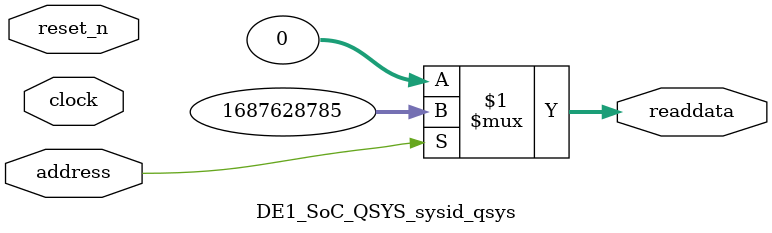
<source format=v>



// synthesis translate_off
`timescale 1ns / 1ps
// synthesis translate_on

// turn off superfluous verilog processor warnings 
// altera message_level Level1 
// altera message_off 10034 10035 10036 10037 10230 10240 10030 

module DE1_SoC_QSYS_sysid_qsys (
               // inputs:
                address,
                clock,
                reset_n,

               // outputs:
                readdata
             )
;

  output  [ 31: 0] readdata;
  input            address;
  input            clock;
  input            reset_n;

  wire    [ 31: 0] readdata;
  //control_slave, which is an e_avalon_slave
  assign readdata = address ? 1687628785 : 0;

endmodule



</source>
